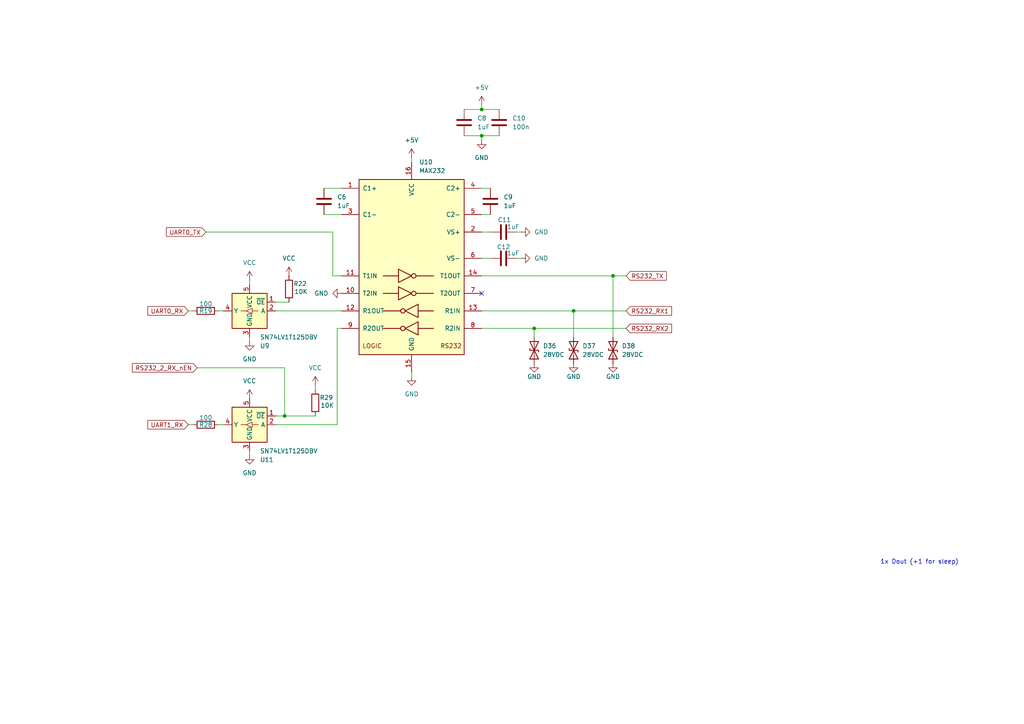
<source format=kicad_sch>
(kicad_sch (version 20231120) (generator "eeschema") (generator_version "8.0")
  (paper "A4")
  (lib_symbols
    (symbol "Device:C" (pin_numbers hide) (pin_names (offset 0.254))
      (property "Reference" "C" (at 0.635 2.54 0))
      (property "Value" "C" (at 0.635 -2.54 0))
      (symbol "C_0_1"
        (polyline (pts (xy -2.032 -0.762) (xy 2.032 -0.762)) (stroke (width 0.508)))
        (polyline (pts (xy -2.032 0.762) (xy 2.032 0.762)) (stroke (width 0.508)))
      )
      (symbol "C_1_1"
        (pin passive line (at 0 3.81 270) (length 2.794) (name "~") (number "1"))
        (pin passive line (at 0 -3.81 90) (length 2.794) (name "~") (number "2"))
      )
    )
    (symbol "Device:D_TVS" (pin_numbers hide) (pin_names (offset 1.016) hide)
      (property "Reference" "D" (at 0 2.54 0))
      (property "Value" "D_TVS" (at 0 -2.54 0))
      (symbol "D_TVS_0_1"
        (polyline (pts (xy 1.27 0) (xy -1.27 0)))
        (polyline (pts (xy 0.508 1.27) (xy 0 1.27) (xy 0 -1.27) (xy -0.508 -1.27)) (stroke (width 0.254)))
        (polyline (pts (xy -2.54 1.27) (xy -2.54 -1.27) (xy 2.54 1.27) (xy 2.54 -1.27) (xy -2.54 1.27)) (stroke (width 0.254)))
      )
      (symbol "D_TVS_1_1"
        (pin passive line (at -3.81 0 0) (length 2.54) (name "A1") (number "1"))
        (pin passive line (at 3.81 0 180) (length 2.54) (name "A2") (number "2"))
      )
    )
    (symbol "Device:R" (pin_numbers hide) (pin_names (offset 0))
      (property "Reference" "R" (at 2.032 0 90))
      (property "Value" "R" (at 0 0 90))
      (symbol "R_0_1"
        (rectangle (start -1.016 -2.54) (end 1.016 2.54) (stroke (width 0.254)))
      )
      (symbol "R_1_1"
        (pin passive line (at 0 3.81 270) (length 1.27) (name "~") (number "1"))
        (pin passive line (at 0 -3.81 90) (length 1.27) (name "~") (number "2"))
      )
    )
    (symbol "Interface_UART:MAX232" (pin_names (offset 1.016))
      (property "Reference" "U" (at -2.54 28.575 0))
      (property "Value" "MAX232" (at -2.54 26.67 0))
      (symbol "MAX232_0_0"
        (text "LOGIC" (at -11.43 -22.86 0) (effects (font (size 1.27 1.27))))
        (text "RS232" (at 11.43 -22.86 0) (effects (font (size 1.27 1.27))))
      )
      (symbol "MAX232_0_1"
        (rectangle (start -15.24 -25.4) (end 15.24 25.4) (stroke (width 0.254)) (fill (type background)))
        (circle (center -2.54 -17.78) (radius 0.635) (stroke (width 0.254)))
        (circle (center -2.54 -12.7) (radius 0.635) (stroke (width 0.254)))
        (polyline (pts (xy -3.81 -7.62) (xy -8.255 -7.62)) (stroke (width 0.254)))
        (polyline (pts (xy -3.81 -2.54) (xy -8.255 -2.54)) (stroke (width 0.254)))
        (polyline (pts (xy -3.175 -17.78) (xy -8.255 -17.78)) (stroke (width 0.254)))
        (polyline (pts (xy -3.175 -12.7) (xy -8.255 -12.7)) (stroke (width 0.254)))
        (polyline (pts (xy 1.27 -7.62) (xy 6.35 -7.62)) (stroke (width 0.254)))
        (polyline (pts (xy 1.27 -2.54) (xy 6.35 -2.54)) (stroke (width 0.254)))
        (polyline (pts (xy 1.905 -17.78) (xy 6.35 -17.78)) (stroke (width 0.254)))
        (polyline (pts (xy 1.905 -12.7) (xy 6.35 -12.7)) (stroke (width 0.254)))
        (polyline (pts (xy -3.81 -5.715) (xy -3.81 -9.525) (xy 0 -7.62) (xy -3.81 -5.715)) (stroke (width 0.254)))
        (polyline (pts (xy -3.81 -0.635) (xy -3.81 -4.445) (xy 0 -2.54) (xy -3.81 -0.635)) (stroke (width 0.254)))
        (polyline (pts (xy 1.905 -15.875) (xy 1.905 -19.685) (xy -1.905 -17.78) (xy 1.905 -15.875)) (stroke (width 0.254)))
        (polyline (pts (xy 1.905 -10.795) (xy 1.905 -14.605) (xy -1.905 -12.7) (xy 1.905 -10.795)) (stroke (width 0.254)))
        (circle (center 0.635 -7.62) (radius 0.635) (stroke (width 0.254)))
        (circle (center 0.635 -2.54) (radius 0.635) (stroke (width 0.254)))
      )
      (symbol "MAX232_1_1"
        (pin passive line (at -20.32 22.86 0) (length 5.08) (name "C1+") (number "1"))
        (pin input line (at -20.32 -7.62 0) (length 5.08) (name "T2IN") (number "10"))
        (pin input line (at -20.32 -2.54 0) (length 5.08) (name "T1IN") (number "11"))
        (pin output line (at -20.32 -12.7 0) (length 5.08) (name "R1OUT") (number "12"))
        (pin input line (at 20.32 -12.7 180) (length 5.08) (name "R1IN") (number "13"))
        (pin output line (at 20.32 -2.54 180) (length 5.08) (name "T1OUT") (number "14"))
        (pin power_in line (at 0 -30.48 90) (length 5.08) (name "GND") (number "15"))
        (pin power_in line (at 0 30.48 270) (length 5.08) (name "VCC") (number "16"))
        (pin power_out line (at 20.32 10.16 180) (length 5.08) (name "VS+") (number "2"))
        (pin passive line (at -20.32 15.24 0) (length 5.08) (name "C1-") (number "3"))
        (pin passive line (at 20.32 22.86 180) (length 5.08) (name "C2+") (number "4"))
        (pin passive line (at 20.32 15.24 180) (length 5.08) (name "C2-") (number "5"))
        (pin power_out line (at 20.32 2.54 180) (length 5.08) (name "VS-") (number "6"))
        (pin output line (at 20.32 -7.62 180) (length 5.08) (name "T2OUT") (number "7"))
        (pin input line (at 20.32 -17.78 180) (length 5.08) (name "R2IN") (number "8"))
        (pin output line (at -20.32 -17.78 0) (length 5.08) (name "R2OUT") (number "9"))
      )
    )
    (symbol "Logic_LevelTranslator:SN74LV1T125DBV"
      (property "Reference" "U" (at 5.08 6.35 0))
      (property "Value" "SN74LV1T125DBV" (at 5.08 3.81 0))
      (symbol "SN74LV1T125DBV_0_1"
        (rectangle (start -5.08 5.08) (end 5.08 -5.08) (stroke (width 0.254)) (fill (type background)))
        (polyline (pts (xy -0.762 0) (xy -2.54 0)))
        (polyline (pts (xy 1.016 0) (xy 2.54 0)))
      )
      (symbol "SN74LV1T125DBV_1_1"
        (polyline (pts (xy -0.762 -0.762) (xy -0.762 0.762) (xy 1.016 0) (xy -0.762 -0.762)))
        (pin input line (at -7.62 2.54 0) (length 2.54) (name "~{OE}") (number "1"))
        (pin input line (at -7.62 0 0) (length 2.54) (name "A") (number "2"))
        (pin power_in line (at 0 -7.62 90) (length 2.54) (name "GND") (number "3"))
        (pin output line (at 7.62 0 180) (length 2.54) (name "Y") (number "4"))
        (pin power_in line (at 0 7.62 270) (length 2.54) (name "VCC") (number "5"))
      )
    )
    (symbol "power:+5V" (power) (pin_numbers hide) (pin_names (offset 0) hide)
      (property "Value" "+5V" (at 0 3.556 0))
      (symbol "+5V_0_1"
        (polyline (pts (xy -0.762 1.27) (xy 0 2.54)))
        (polyline (pts (xy 0 0) (xy 0 2.54)))
        (polyline (pts (xy 0 2.54) (xy 0.762 1.27)))
      )
      (symbol "+5V_1_1"
        (pin power_in line (at 0 0 90) (length 0) (name "~") (number "1"))
      )
    )
    (symbol "power:GND" (power) (pin_numbers hide) (pin_names (offset 0) hide)
      (property "Value" "GND" (at 0 -3.81 0))
      (symbol "GND_0_1"
        (polyline (pts (xy 0 0) (xy 0 -1.27) (xy 1.27 -1.27) (xy 0 -2.54) (xy -1.27 -1.27) (xy 0 -1.27)))
      )
      (symbol "GND_1_1"
        (pin power_in line (at 0 0 270) (length 0) (name "~") (number "1"))
      )
    )
    (symbol "power:VCC" (power) (pin_numbers hide) (pin_names (offset 0) hide)
      (property "Value" "VCC" (at 0 3.556 0))
      (symbol "VCC_0_1"
        (polyline (pts (xy -0.762 1.27) (xy 0 2.54)))
        (polyline (pts (xy 0 0) (xy 0 2.54)))
        (polyline (pts (xy 0 2.54) (xy 0.762 1.27)))
      )
      (symbol "VCC_1_1"
        (pin power_in line (at 0 0 90) (length 0) (name "~") (number "1"))
      )
    )
  )
  (junction (at 166.37 90.17))
  (junction (at 82.55 120.65))
  (junction (at 139.7 31.75))
  (junction (at 154.94 95.25))
  (junction (at 177.8 80.01))
  (junction (at 139.7 39.37))
  (no_connect (at 139.7 85.09))
  (wire (pts (xy 154.94 95.25) (xy 154.94 97.79)))
  (wire (pts (xy 82.55 106.68) (xy 82.55 120.65)))
  (wire (pts (xy 134.62 39.37) (xy 139.7 39.37)))
  (wire (pts (xy 63.5 90.17) (xy 64.77 90.17)))
  (wire (pts (xy 72.39 81.28) (xy 72.39 82.55)))
  (wire (pts (xy 139.7 54.61) (xy 142.24 54.61)))
  (wire (pts (xy 139.7 31.75) (xy 144.78 31.75)))
  (wire (pts (xy 96.52 67.31) (xy 59.69 67.31)))
  (wire (pts (xy 57.15 106.68) (xy 82.55 106.68)))
  (wire (pts (xy 139.7 39.37) (xy 144.78 39.37)))
  (wire (pts (xy 93.98 54.61) (xy 99.06 54.61)))
  (wire (pts (xy 96.52 80.01) (xy 96.52 67.31)))
  (wire (pts (xy 97.79 123.19) (xy 80.01 123.19)))
  (wire (pts (xy 139.7 95.25) (xy 154.94 95.25)))
  (wire (pts (xy 177.8 80.01) (xy 177.8 97.79)))
  (wire (pts (xy 119.38 45.72) (xy 119.38 46.99)))
  (wire (pts (xy 93.98 62.23) (xy 99.06 62.23)))
  (wire (pts (xy 177.8 80.01) (xy 181.61 80.01)))
  (wire (pts (xy 139.7 90.17) (xy 166.37 90.17)))
  (wire (pts (xy 134.62 31.75) (xy 139.7 31.75)))
  (wire (pts (xy 82.55 120.65) (xy 91.44 120.65)))
  (wire (pts (xy 80.01 90.17) (xy 99.06 90.17)))
  (wire (pts (xy 91.44 113.03) (xy 91.44 111.76)))
  (wire (pts (xy 119.38 107.95) (xy 119.38 109.22)))
  (wire (pts (xy 99.06 95.25) (xy 97.79 95.25)))
  (wire (pts (xy 149.86 74.93) (xy 151.13 74.93)))
  (wire (pts (xy 54.61 123.19) (xy 55.88 123.19)))
  (wire (pts (xy 139.7 62.23) (xy 142.24 62.23)))
  (wire (pts (xy 139.7 74.93) (xy 142.24 74.93)))
  (wire (pts (xy 166.37 90.17) (xy 181.61 90.17)))
  (wire (pts (xy 139.7 67.31) (xy 142.24 67.31)))
  (wire (pts (xy 63.5 123.19) (xy 64.77 123.19)))
  (wire (pts (xy 96.52 80.01) (xy 99.06 80.01)))
  (wire (pts (xy 166.37 90.17) (xy 166.37 97.79)))
  (wire (pts (xy 149.86 67.31) (xy 151.13 67.31)))
  (wire (pts (xy 139.7 80.01) (xy 177.8 80.01)))
  (wire (pts (xy 80.01 120.65) (xy 82.55 120.65)))
  (wire (pts (xy 181.61 95.25) (xy 154.94 95.25)))
  (wire (pts (xy 80.01 87.63) (xy 83.82 87.63)))
  (wire (pts (xy 72.39 97.79) (xy 72.39 99.06)))
  (wire (pts (xy 139.7 30.48) (xy 139.7 31.75)))
  (wire (pts (xy 54.61 90.17) (xy 55.88 90.17)))
  (wire (pts (xy 139.7 39.37) (xy 139.7 40.64)))
  (wire (pts (xy 72.39 130.81) (xy 72.39 132.08)))
  (wire (pts (xy 97.79 95.25) (xy 97.79 123.19)))
  (text "1x Dout (+1 for sleep)" (at 266.7 163.068 0) (effects (font (size 1.27 1.27))))
  (global_label "RS232_RX1" (shape input) (at 181.61 90.17 0) (property "Intersheetrefs" "${INTERSHEET_REFS}" (at 195.3598 90.17 0) (effects (justify left))))
  (global_label "RS232_RX2" (shape input) (at 181.61 95.25 0) (property "Intersheetrefs" "${INTERSHEET_REFS}" (at 195.3598 95.25 0) (effects (justify left))))
  (global_label "UART1_RX" (shape input) (at 54.61 123.19 180) (property "Intersheetrefs" "${INTERSHEET_REFS}" (at 42.3115 123.19 0) (effects (justify right))))
  (global_label "RS232_TX" (shape input) (at 181.61 80.01 0) (property "Intersheetrefs" "${INTERSHEET_REFS}" (at 193.8479 80.01 0) (effects (justify left))))
  (global_label "UART0_TX" (shape input) (at 59.69 67.31 180) (property "Intersheetrefs" "${INTERSHEET_REFS}" (at 47.6939 67.31 0) (effects (justify right))))
  (global_label "UART0_RX" (shape input) (at 54.61 90.17 180) (property "Intersheetrefs" "${INTERSHEET_REFS}" (at 42.3115 90.17 0) (effects (justify right))))
  (global_label "RS232_2_RX_nEN" (shape input) (at 57.15 106.68 180) (property "Intersheetrefs" "${INTERSHEET_REFS}" (at 37.8365 106.68 0) (effects (justify right))))
  (symbol (lib_id "power:GND") (at 119.38 109.22 0) (unit 1)
    (property "Reference" "#PWR038" (effects (hide yes)))
    (property "Value" "GND" (at 119.38 114.3 0))
    (property "Description" "Power symbol creates a global label with name \"GND\" , ground" (effects (hide yes)))
  )
  (symbol (lib_id "Device:C") (at 144.78 35.56 0) (unit 1)
    (property "Reference" "C10" (at 148.59 34.2899 0) (effects (justify left)))
    (property "Value" "100n" (at 148.59 36.8299 0) (effects (justify left)))
    (property "Footprint" "Capacitor_SMD:C_0805_2012Metric" (effects (hide yes)))
    (property "Description" "Unpolarized capacitor" (effects (hide yes)))
  )
  (symbol (lib_id "power:GND") (at 72.39 132.08 0) (unit 1)
    (property "Reference" "#PWR044" (effects (hide yes)))
    (property "Value" "GND" (at 72.39 137.16 0))
    (property "Description" "Power symbol creates a global label with name \"GND\" , ground" (effects (hide yes)))
  )
  (symbol (lib_id "power:GND") (at 166.37 105.41 0) (unit 1)
    (property "Reference" "#PWR0150" (effects (hide yes)))
    (property "Value" "GND" (at 166.37 109.22 0))
    (property "Description" "Power symbol creates a global label with name \"GND\" , ground" (effects (hide yes)))
  )
  (symbol (lib_id "power:GND") (at 151.13 67.31 90) (unit 1)
    (property "Reference" "#PWR042" (effects (hide yes)))
    (property "Value" "GND" (at 154.94 67.3099 90) (effects (justify right)))
    (property "Description" "Power symbol creates a global label with name \"GND\" , ground" (effects (hide yes)))
  )
  (symbol (lib_id "Device:C") (at 146.05 74.93 270) (unit 1)
    (property "Reference" "C12" (at 146.05 71.628 90))
    (property "Value" "1uF" (at 148.844 73.406 90))
    (property "Footprint" "Capacitor_SMD:C_0805_2012Metric" (effects (hide yes)))
    (property "Description" "Unpolarized capacitor" (effects (hide yes)))
  )
  (symbol (lib_id "power:GND") (at 177.8 105.41 0) (unit 1)
    (property "Reference" "#PWR0151" (effects (hide yes)))
    (property "Value" "GND" (at 177.8 109.22 0))
    (property "Description" "Power symbol creates a global label with name \"GND\" , ground" (effects (hide yes)))
  )
  (symbol (lib_id "Device:D_TVS") (at 166.37 101.6 90) (unit 1)
    (property "Reference" "D37" (at 168.91 100.3299 90) (effects (justify right)))
    (property "Value" "28VDC" (at 168.91 102.8699 90) (effects (justify right)))
    (property "Description" "Bidirectional transient-voltage-suppression diode" (effects (hide yes)))
  )
  (symbol (lib_id "Device:R") (at 59.69 90.17 90) (unit 1)
    (property "Reference" "R19" (at 59.69 90.17 90))
    (property "Value" "100" (at 59.69 88.138 90))
    (property "Description" "Resistor" (effects (hide yes)))
  )
  (symbol (lib_id "Device:R") (at 59.69 123.19 90) (unit 1)
    (property "Reference" "R28" (at 59.69 123.19 90))
    (property "Value" "100" (at 59.69 121.158 90))
    (property "Description" "Resistor" (effects (hide yes)))
  )
  (symbol (lib_id "power:VCC") (at 72.39 81.28 0) (unit 1)
    (property "Reference" "#PWR030" (effects (hide yes)))
    (property "Value" "VCC" (at 72.39 76.2 0))
    (property "Description" "Power symbol creates a global label with name \"VCC\"" (effects (hide yes)))
  )
  (symbol (lib_id "Logic_LevelTranslator:SN74LV1T125DBV") (at 72.39 123.19 0) (mirror y) (unit 1)
    (property "Reference" "U11" (at 75.4065 133.35 0) (effects (justify right)))
    (property "Value" "SN74LV1T125DBV" (at 75.4065 130.81 0) (effects (justify right)))
    (property "Footprint" "Package_TO_SOT_SMD:SOT-23-5" (effects (hide yes)))
    (property "Datasheet" "https://www.ti.com/lit/ds/symlink/sn74lv1t125.pdf" (effects (hide yes)))
    (property "Description" "Single Power Supply, Single Buffer Gate with 3-State Output, CMOS Logic Level Shifter Level Shifter, SOT-23-5" (effects (hide yes)))
  )
  (symbol (lib_id "power:+5V") (at 119.38 45.72 0) (unit 1)
    (property "Reference" "#PWR037" (effects (hide yes)))
    (property "Value" "+5V" (at 119.38 40.64 0))
    (property "Description" "Power symbol creates a global label with name \"+5V\"" (effects (hide yes)))
  )
  (symbol (lib_id "power:VCC") (at 83.82 80.01 0) (unit 1)
    (property "Reference" "#PWR034" (effects (hide yes)))
    (property "Value" "VCC" (at 83.82 74.93 0))
    (property "Description" "Power symbol creates a global label with name \"VCC\"" (effects (hide yes)))
  )
  (symbol (lib_id "power:GND") (at 99.06 85.09 270) (unit 1)
    (property "Reference" "#PWR035" (effects (hide yes)))
    (property "Value" "GND" (at 95.25 85.0899 90) (effects (justify right)))
    (property "Description" "Power symbol creates a global label with name \"GND\" , ground" (effects (hide yes)))
  )
  (symbol (lib_id "Logic_LevelTranslator:SN74LV1T125DBV") (at 72.39 90.17 0) (mirror y) (unit 1)
    (property "Reference" "U9" (at 75.4065 100.33 0) (effects (justify right)))
    (property "Value" "SN74LV1T125DBV" (at 75.4065 97.79 0) (effects (justify right)))
    (property "Footprint" "Package_TO_SOT_SMD:SOT-23-5" (effects (hide yes)))
    (property "Datasheet" "https://www.ti.com/lit/ds/symlink/sn74lv1t125.pdf" (effects (hide yes)))
    (property "Description" "Single Power Supply, Single Buffer Gate with 3-State Output, CMOS Logic Level Shifter Level Shifter, SOT-23-5" (effects (hide yes)))
  )
  (symbol (lib_id "Device:C") (at 134.62 35.56 0) (unit 1)
    (property "Reference" "C8" (at 138.43 34.2899 0) (effects (justify left)))
    (property "Value" "1uF" (at 138.43 36.8299 0) (effects (justify left)))
    (property "Footprint" "Capacitor_SMD:C_0805_2012Metric" (effects (hide yes)))
    (property "Description" "Unpolarized capacitor" (effects (hide yes)))
  )
  (symbol (lib_id "Interface_UART:MAX232") (at 119.38 77.47 0) (unit 1)
    (property "Reference" "U10" (at 121.5741 46.99 0) (effects (justify left)))
    (property "Value" "MAX232" (at 121.5741 49.53 0) (effects (justify left)))
    (property "Datasheet" "http://www.ti.com/lit/ds/symlink/max232.pdf" (effects (hide yes)))
    (property "Description" "Dual RS232 driver/receiver, 5V supply, 120kb/s, 0C-70C" (effects (hide yes)))
  )
  (symbol (lib_id "power:VCC") (at 72.39 115.57 0) (unit 1)
    (property "Reference" "#PWR041" (effects (hide yes)))
    (property "Value" "VCC" (at 72.39 110.49 0))
    (property "Description" "Power symbol creates a global label with name \"VCC\"" (effects (hide yes)))
  )
  (symbol (lib_id "power:+5V") (at 139.7 30.48 0) (unit 1)
    (property "Reference" "#PWR039" (effects (hide yes)))
    (property "Value" "+5V" (at 139.7 25.4 0))
    (property "Description" "Power symbol creates a global label with name \"+5V\"" (effects (hide yes)))
  )
  (symbol (lib_id "power:GND") (at 154.94 105.41 0) (unit 1)
    (property "Reference" "#PWR0149" (effects (hide yes)))
    (property "Value" "GND" (at 154.94 109.22 0))
    (property "Description" "Power symbol creates a global label with name \"GND\" , ground" (effects (hide yes)))
  )
  (symbol (lib_id "Device:R") (at 83.82 83.82 180) (unit 1)
    (property "Reference" "R22" (at 85.09 82.296 0) (effects (justify right)))
    (property "Value" "10K" (at 85.344 84.582 0) (effects (justify right)))
    (property "Description" "Resistor" (effects (hide yes)))
  )
  (symbol (lib_id "power:VCC") (at 91.44 111.76 0) (unit 1)
    (property "Reference" "#PWR046" (effects (hide yes)))
    (property "Value" "VCC" (at 91.44 106.68 0))
    (property "Description" "Power symbol creates a global label with name \"VCC\"" (effects (hide yes)))
  )
  (symbol (lib_id "power:GND") (at 151.13 74.93 90) (unit 1)
    (property "Reference" "#PWR043" (effects (hide yes)))
    (property "Value" "GND" (at 154.94 74.9299 90) (effects (justify right)))
    (property "Description" "Power symbol creates a global label with name \"GND\" , ground" (effects (hide yes)))
  )
  (symbol (lib_id "power:GND") (at 139.7 40.64 0) (unit 1)
    (property "Reference" "#PWR040" (effects (hide yes)))
    (property "Value" "GND" (at 139.7 45.72 0))
    (property "Description" "Power symbol creates a global label with name \"GND\" , ground" (effects (hide yes)))
  )
  (symbol (lib_id "Device:R") (at 91.44 116.84 180) (unit 1)
    (property "Reference" "R29" (at 92.71 115.316 0) (effects (justify right)))
    (property "Value" "10K" (at 92.964 117.602 0) (effects (justify right)))
    (property "Description" "Resistor" (effects (hide yes)))
  )
  (symbol (lib_id "Device:D_TVS") (at 154.94 101.6 90) (unit 1)
    (property "Reference" "D36" (at 157.48 100.3299 90) (effects (justify right)))
    (property "Value" "28VDC" (at 157.48 102.8699 90) (effects (justify right)))
    (property "Description" "Bidirectional transient-voltage-suppression diode" (effects (hide yes)))
  )
  (symbol (lib_id "Device:D_TVS") (at 177.8 101.6 90) (unit 1)
    (property "Reference" "D38" (at 180.34 100.3299 90) (effects (justify right)))
    (property "Value" "28VDC" (at 180.34 102.8699 90) (effects (justify right)))
    (property "Description" "Bidirectional transient-voltage-suppression diode" (effects (hide yes)))
  )
  (symbol (lib_id "Device:C") (at 146.05 67.31 270) (unit 1)
    (property "Reference" "C11" (at 146.304 63.754 90))
    (property "Value" "1uF" (at 148.844 65.786 90))
    (property "Footprint" "Capacitor_SMD:C_0805_2012Metric" (effects (hide yes)))
    (property "Description" "Unpolarized capacitor" (effects (hide yes)))
  )
  (symbol (lib_id "Device:C") (at 93.98 58.42 0) (unit 1)
    (property "Reference" "C6" (at 97.79 57.1499 0) (effects (justify left)))
    (property "Value" "1uF" (at 97.79 59.6899 0) (effects (justify left)))
    (property "Footprint" "Capacitor_SMD:C_0805_2012Metric" (effects (hide yes)))
    (property "Description" "Unpolarized capacitor" (effects (hide yes)))
  )
  (symbol (lib_id "Device:C") (at 142.24 58.42 0) (unit 1)
    (property "Reference" "C9" (at 146.05 57.1499 0) (effects (justify left)))
    (property "Value" "1uF" (at 146.05 59.6899 0) (effects (justify left)))
    (property "Footprint" "Capacitor_SMD:C_0805_2012Metric" (effects (hide yes)))
    (property "Description" "Unpolarized capacitor" (effects (hide yes)))
  )
  (symbol (lib_id "power:GND") (at 72.39 99.06 0) (unit 1)
    (property "Reference" "#PWR031" (effects (hide yes)))
    (property "Value" "GND" (at 72.39 104.14 0))
    (property "Description" "Power symbol creates a global label with name \"GND\" , ground" (effects (hide yes)))
  )
)
</source>
